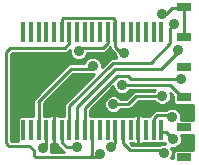
<source format=gbl>
G75*
G70*
%OFA0B0*%
%FSLAX24Y24*%
%IPPOS*%
%LPD*%
%AMOC8*
5,1,8,0,0,1.08239X$1,22.5*
%
%ADD10R,0.0500X0.0250*%
%ADD11R,0.0138X0.0671*%
%ADD12C,0.0357*%
%ADD13C,0.0100*%
D10*
X009601Y000448D03*
X009601Y001448D03*
X009601Y002448D03*
X009601Y003448D03*
X009601Y004448D03*
X009601Y005448D03*
D11*
X008844Y004610D03*
X008588Y004610D03*
X008332Y004610D03*
X008076Y004610D03*
X007820Y004610D03*
X007564Y004610D03*
X007309Y004610D03*
X007053Y004610D03*
X006797Y004610D03*
X006541Y004610D03*
X006285Y004610D03*
X006029Y004610D03*
X005773Y004610D03*
X005517Y004610D03*
X005261Y004610D03*
X005005Y004610D03*
X004749Y004610D03*
X004494Y004610D03*
X004238Y004610D03*
X004238Y001366D03*
X004494Y001366D03*
X004749Y001366D03*
X005005Y001366D03*
X005261Y001366D03*
X005517Y001366D03*
X005773Y001366D03*
X006029Y001366D03*
X006285Y001366D03*
X006541Y001366D03*
X006797Y001366D03*
X007053Y001366D03*
X007309Y001366D03*
X007564Y001366D03*
X007820Y001366D03*
X008076Y001366D03*
X008332Y001366D03*
X008588Y001366D03*
X008844Y001366D03*
D12*
X009231Y001068D03*
X009691Y000938D03*
X008921Y000608D03*
X007171Y000778D03*
X006781Y000558D03*
X006021Y000778D03*
X004881Y000768D03*
X006821Y002008D03*
X007241Y002218D03*
X007531Y002858D03*
X006550Y003508D03*
X006931Y003778D03*
X007591Y003938D03*
X006080Y003978D03*
X004782Y003119D03*
X004279Y003797D03*
X008851Y005228D03*
X009271Y004878D03*
X009411Y004038D03*
X009481Y003058D03*
X008861Y002498D03*
X009691Y001938D03*
X009201Y001798D03*
D13*
X003671Y000958D02*
X003671Y003968D01*
X003811Y004108D01*
X005631Y004108D01*
X005773Y004250D01*
X005773Y004610D01*
X005517Y004610D02*
X005517Y005044D01*
X005561Y005088D01*
X007241Y005088D01*
X007311Y005018D01*
X007311Y004598D01*
X007309Y004600D01*
X007309Y004610D01*
X007309Y004140D01*
X007511Y003938D01*
X007591Y003938D01*
X007310Y003836D02*
X006344Y003836D01*
X006333Y003809D02*
X006379Y003919D01*
X006379Y003938D01*
X006961Y003938D01*
X007061Y004037D01*
X007139Y004115D01*
X007139Y004069D01*
X007292Y003916D01*
X007292Y003878D01*
X007338Y003769D01*
X007339Y003768D01*
X007291Y003768D01*
X007150Y003768D01*
X006848Y003465D01*
X006848Y003568D01*
X006802Y003677D01*
X006719Y003761D01*
X006609Y003807D01*
X006490Y003807D01*
X006380Y003761D01*
X006297Y003677D01*
X006255Y003578D01*
X005770Y003578D01*
X005671Y003478D01*
X004650Y002458D01*
X004551Y002358D01*
X004551Y002217D01*
X004579Y002189D01*
X004579Y001821D01*
X004375Y001821D01*
X004366Y001812D01*
X004356Y001821D01*
X004119Y001821D01*
X004049Y001751D01*
X004049Y000988D01*
X003846Y000988D01*
X003841Y000998D01*
X003841Y003897D01*
X003881Y003938D01*
X005560Y003938D01*
X005701Y003938D01*
X005782Y004018D01*
X005782Y003919D01*
X005827Y003809D01*
X005911Y003725D01*
X006021Y003680D01*
X006140Y003680D01*
X006249Y003725D01*
X006333Y003809D01*
X006357Y003738D02*
X006262Y003738D01*
X006281Y003639D02*
X003841Y003639D01*
X003841Y003541D02*
X005734Y003541D01*
X005635Y003442D02*
X003841Y003442D01*
X003841Y003344D02*
X005537Y003344D01*
X005438Y003245D02*
X003841Y003245D01*
X003841Y003147D02*
X005339Y003147D01*
X005241Y003048D02*
X003841Y003048D01*
X003841Y002950D02*
X005142Y002950D01*
X005044Y002851D02*
X003841Y002851D01*
X003841Y002752D02*
X004945Y002752D01*
X004847Y002654D02*
X003841Y002654D01*
X003841Y002555D02*
X004748Y002555D01*
X004721Y002638D02*
X004721Y003058D01*
X004782Y003119D01*
X005426Y002752D02*
X006135Y002752D01*
X006037Y002654D02*
X005327Y002654D01*
X005229Y002555D02*
X005938Y002555D01*
X005840Y002457D02*
X005130Y002457D01*
X005032Y002358D02*
X005741Y002358D01*
X005643Y002260D02*
X004933Y002260D01*
X004919Y002246D02*
X005911Y003238D01*
X006378Y003238D01*
X006423Y003238D01*
X006490Y003210D01*
X006593Y003210D01*
X005601Y002218D01*
X005601Y002077D01*
X005603Y002075D01*
X005603Y001821D01*
X005422Y001821D01*
X005392Y001851D01*
X005261Y001851D01*
X005130Y001851D01*
X005100Y001821D01*
X004919Y001821D01*
X004919Y002189D01*
X004919Y002246D01*
X004919Y002161D02*
X005601Y002161D01*
X005603Y002063D02*
X004919Y002063D01*
X004919Y001964D02*
X005603Y001964D01*
X005603Y001866D02*
X004919Y001866D01*
X004579Y001866D02*
X003841Y001866D01*
X003881Y001798D02*
X004721Y002638D01*
X004650Y002458D02*
X004650Y002458D01*
X004650Y002457D02*
X003841Y002457D01*
X003841Y002358D02*
X004551Y002358D01*
X004551Y002260D02*
X003841Y002260D01*
X003841Y002161D02*
X004579Y002161D01*
X004579Y002063D02*
X003841Y002063D01*
X003841Y001964D02*
X004579Y001964D01*
X004749Y002259D02*
X004721Y002288D01*
X005841Y003408D01*
X006449Y003408D01*
X006550Y003508D01*
X006818Y003639D02*
X007022Y003639D01*
X006924Y003541D02*
X006848Y003541D01*
X006742Y003738D02*
X007121Y003738D01*
X007221Y003598D02*
X008481Y003598D01*
X009131Y004248D01*
X009131Y004738D01*
X009271Y004878D01*
X008991Y005228D02*
X008851Y005228D01*
X008991Y005228D02*
X009201Y005438D01*
X009551Y005438D01*
X009561Y005448D01*
X009601Y005448D01*
X009611Y005448D01*
X009621Y005438D01*
X009601Y005448D02*
X009601Y004478D01*
X009621Y004458D01*
X009611Y004448D01*
X009601Y004448D01*
X009411Y004038D02*
X009411Y003968D01*
X008821Y003388D01*
X007281Y003388D01*
X006029Y002126D01*
X006029Y001366D01*
X005773Y001366D02*
X005773Y002145D01*
X005771Y002148D01*
X007221Y003598D01*
X007273Y003935D02*
X006379Y003935D01*
X006080Y003978D02*
X006041Y004028D01*
X006121Y004108D01*
X006891Y004108D01*
X007053Y004269D01*
X007053Y004610D01*
X007057Y004034D02*
X007174Y004034D01*
X005898Y003738D02*
X003841Y003738D01*
X003841Y003836D02*
X005816Y003836D01*
X005782Y003935D02*
X003879Y003935D01*
X005623Y002950D02*
X006332Y002950D01*
X006234Y002851D02*
X005525Y002851D01*
X005722Y003048D02*
X006431Y003048D01*
X006529Y003147D02*
X005820Y003147D01*
X006979Y002555D02*
X007828Y002555D01*
X007841Y002568D02*
X007660Y002388D01*
X007493Y002388D01*
X007410Y002471D01*
X007300Y002516D01*
X007181Y002516D01*
X007072Y002471D01*
X006988Y002387D01*
X006942Y002277D01*
X006942Y002158D01*
X006988Y002049D01*
X007072Y001965D01*
X007181Y001919D01*
X007300Y001919D01*
X007410Y001965D01*
X007493Y002048D01*
X007660Y002048D01*
X007801Y002048D01*
X008081Y002328D01*
X008609Y002328D01*
X008692Y002245D01*
X008801Y002199D01*
X008920Y002199D01*
X009030Y002245D01*
X009114Y002329D01*
X009159Y002438D01*
X009159Y002557D01*
X009144Y002594D01*
X009231Y002507D01*
X009231Y002273D01*
X009301Y002203D01*
X009881Y002203D01*
X009881Y001693D01*
X009480Y001693D01*
X009499Y001738D01*
X009499Y001857D01*
X009454Y001967D01*
X009370Y002051D01*
X009260Y002096D01*
X009141Y002096D01*
X009032Y002051D01*
X009019Y002038D01*
X008640Y002038D01*
X008541Y001938D01*
X008424Y001821D01*
X008237Y001821D01*
X008207Y001851D01*
X008076Y001851D01*
X007945Y001851D01*
X007915Y001821D01*
X007702Y001821D01*
X007692Y001812D01*
X007683Y001821D01*
X007446Y001821D01*
X007436Y001812D01*
X007427Y001821D01*
X007190Y001821D01*
X007181Y001812D01*
X007171Y001821D01*
X006934Y001821D01*
X006925Y001812D01*
X006915Y001821D01*
X006678Y001821D01*
X006669Y001812D01*
X006659Y001821D01*
X006455Y001821D01*
X006455Y002031D01*
X007232Y002809D01*
X007232Y002798D01*
X007278Y002689D01*
X007362Y002605D01*
X007471Y002559D01*
X007590Y002559D01*
X007700Y002605D01*
X007783Y002688D01*
X008629Y002688D01*
X008609Y002668D01*
X007940Y002668D01*
X007841Y002568D01*
X007927Y002654D02*
X007749Y002654D01*
X008011Y002498D02*
X008861Y002498D01*
X009159Y002457D02*
X009231Y002457D01*
X009231Y002358D02*
X009126Y002358D01*
X009045Y002260D02*
X009244Y002260D01*
X009431Y002448D02*
X009601Y002448D01*
X009571Y002448D01*
X009551Y002428D01*
X009121Y002858D01*
X007531Y002858D01*
X007251Y002752D02*
X007176Y002752D01*
X007077Y002654D02*
X007312Y002654D01*
X007424Y002457D02*
X007730Y002457D01*
X007731Y002218D02*
X008011Y002498D01*
X008013Y002260D02*
X008677Y002260D01*
X009061Y002063D02*
X007816Y002063D01*
X007915Y002161D02*
X009881Y002161D01*
X009881Y002063D02*
X009341Y002063D01*
X009455Y001964D02*
X009881Y001964D01*
X009881Y001866D02*
X009496Y001866D01*
X009499Y001767D02*
X009881Y001767D01*
X009201Y001798D02*
X009131Y001868D01*
X008711Y001868D01*
X008588Y001745D01*
X008588Y001366D01*
X008844Y001366D02*
X008863Y001296D01*
X009003Y001296D01*
X009231Y001068D01*
X009509Y001176D02*
X009881Y001176D01*
X009881Y001203D02*
X009498Y001203D01*
X009529Y001127D01*
X009529Y001008D01*
X009484Y000899D01*
X009400Y000815D01*
X009290Y000769D01*
X009177Y000769D01*
X009219Y000667D01*
X009219Y000548D01*
X009174Y000439D01*
X009153Y000418D01*
X009231Y000418D01*
X009231Y000622D01*
X009301Y000693D01*
X009881Y000693D01*
X009881Y001203D01*
X009881Y001077D02*
X009529Y001077D01*
X009517Y000979D02*
X009881Y000979D01*
X009881Y000880D02*
X009465Y000880D01*
X009320Y000782D02*
X009881Y000782D01*
X009292Y000683D02*
X009213Y000683D01*
X009219Y000585D02*
X009231Y000585D01*
X009231Y000486D02*
X009193Y000486D01*
X008921Y000608D02*
X008851Y000678D01*
X007801Y000678D01*
X007564Y000914D01*
X007564Y001366D01*
X007309Y001366D02*
X007309Y000915D01*
X007171Y000778D01*
X006781Y000558D02*
X006691Y000468D01*
X006471Y000468D01*
X006541Y000538D01*
X006541Y001366D01*
X006285Y001366D02*
X006285Y002102D01*
X007351Y003168D01*
X007721Y003168D01*
X007831Y003058D01*
X009481Y003058D01*
X009183Y002555D02*
X009159Y002555D01*
X009601Y002448D02*
X009621Y002428D01*
X009611Y002448D02*
X009601Y002448D01*
X008567Y001964D02*
X007409Y001964D01*
X007073Y001964D02*
X006455Y001964D01*
X006486Y002063D02*
X006982Y002063D01*
X006891Y001938D02*
X006821Y002008D01*
X006891Y001938D02*
X006891Y002218D01*
X006942Y002260D02*
X006683Y002260D01*
X006782Y002358D02*
X006976Y002358D01*
X007058Y002457D02*
X006880Y002457D01*
X007241Y002218D02*
X007731Y002218D01*
X008076Y001851D02*
X008076Y001366D01*
X008076Y001366D01*
X008076Y001851D01*
X008076Y001767D02*
X008076Y001767D01*
X008076Y001669D02*
X008076Y001669D01*
X008076Y001570D02*
X008076Y001570D01*
X008076Y001471D02*
X008076Y001471D01*
X008076Y001373D02*
X008076Y001373D01*
X008076Y001365D02*
X008076Y000880D01*
X008076Y001365D01*
X008076Y001365D01*
X008076Y001274D02*
X008076Y001274D01*
X008076Y001176D02*
X008076Y001176D01*
X008076Y001077D02*
X008076Y001077D01*
X008076Y000979D02*
X008076Y000979D01*
X008207Y000880D02*
X008237Y000910D01*
X008451Y000910D01*
X008460Y000919D01*
X008469Y000910D01*
X008707Y000910D01*
X008716Y000919D01*
X008725Y000910D01*
X008963Y000910D01*
X008970Y000917D01*
X008975Y000906D01*
X008861Y000906D01*
X008752Y000861D01*
X008739Y000848D01*
X007871Y000848D01*
X007809Y000910D01*
X007915Y000910D01*
X007945Y000880D01*
X007839Y000880D01*
X007945Y000880D02*
X008076Y000880D01*
X008076Y000880D01*
X008207Y000880D01*
X008799Y000880D01*
X008468Y001866D02*
X006455Y001866D01*
X006585Y002161D02*
X006942Y002161D01*
X005517Y001366D02*
X005517Y000941D01*
X005681Y000778D01*
X006021Y000778D01*
X005580Y000638D02*
X005150Y000638D01*
X005179Y000708D01*
X005179Y000827D01*
X005175Y000836D01*
X005175Y000880D01*
X005261Y000880D01*
X005261Y001365D01*
X005261Y001365D01*
X005261Y000880D01*
X005261Y000880D01*
X005347Y000880D01*
X005347Y000871D01*
X005511Y000707D01*
X005580Y000638D01*
X005535Y000683D02*
X005169Y000683D01*
X005179Y000782D02*
X005436Y000782D01*
X005261Y000979D02*
X005261Y000979D01*
X005261Y001077D02*
X005261Y001077D01*
X005261Y001176D02*
X005261Y001176D01*
X005261Y001274D02*
X005261Y001274D01*
X005261Y001366D02*
X005261Y001851D01*
X005261Y001366D01*
X005261Y001366D01*
X005261Y001373D02*
X005261Y001373D01*
X005261Y001471D02*
X005261Y001471D01*
X005261Y001570D02*
X005261Y001570D01*
X005261Y001669D02*
X005261Y001669D01*
X005261Y001767D02*
X005261Y001767D01*
X005005Y001366D02*
X005005Y000892D01*
X004881Y000768D01*
X004861Y000748D01*
X004581Y000678D02*
X004441Y000818D01*
X003741Y000818D01*
X003671Y000958D01*
X003841Y001077D02*
X004049Y001077D01*
X004049Y001176D02*
X003841Y001176D01*
X003841Y001274D02*
X004049Y001274D01*
X004049Y001373D02*
X003841Y001373D01*
X003841Y001471D02*
X004049Y001471D01*
X004049Y001570D02*
X003841Y001570D01*
X003841Y001669D02*
X004049Y001669D01*
X004065Y001767D02*
X003841Y001767D01*
X004749Y001366D02*
X004749Y002259D01*
X004581Y000678D02*
X004581Y000528D01*
X004641Y000468D01*
X006471Y000468D01*
M02*

</source>
